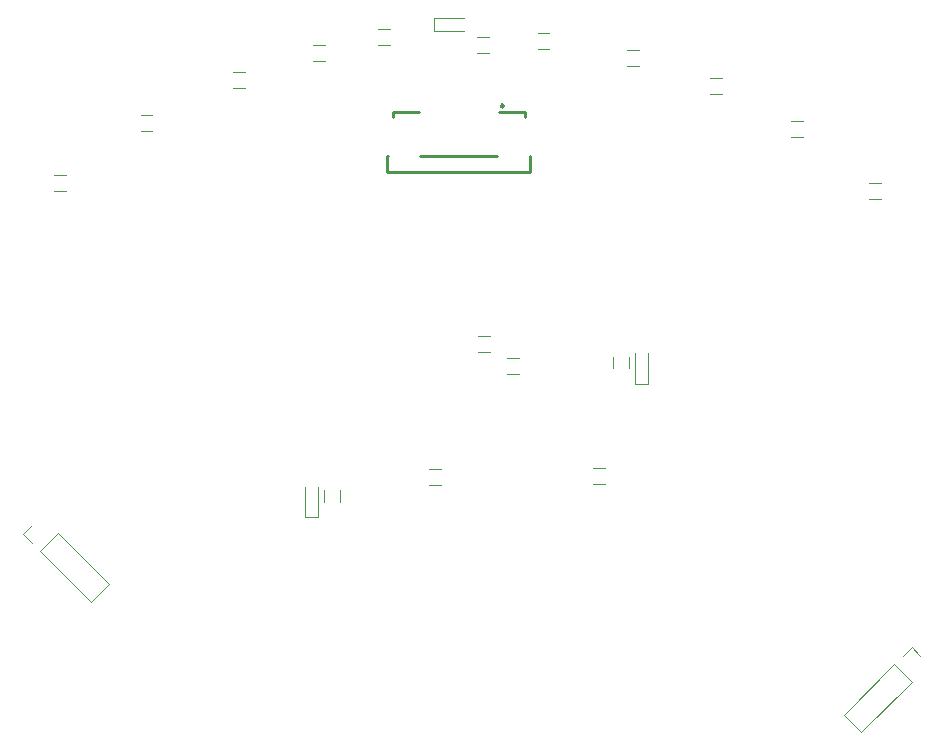
<source format=gto>
G04 #@! TF.GenerationSoftware,KiCad,Pcbnew,(5.0.0)*
G04 #@! TF.CreationDate,2020-04-07T20:47:50+09:00*
G04 #@! TF.ProjectId,rokisi_sensor,726F6B6973695F73656E736F722E6B69,rev?*
G04 #@! TF.SameCoordinates,PX4a62f80PY29020c0*
G04 #@! TF.FileFunction,Legend,Top*
G04 #@! TF.FilePolarity,Positive*
%FSLAX46Y46*%
G04 Gerber Fmt 4.6, Leading zero omitted, Abs format (unit mm)*
G04 Created by KiCad (PCBNEW (5.0.0)) date 04/07/20 20:47:50*
%MOMM*%
%LPD*%
G01*
G04 APERTURE LIST*
%ADD10C,0.120000*%
%ADD11C,0.254000*%
%ADD12R,1.200000X0.900000*%
%ADD13R,0.900000X1.200000*%
%ADD14R,0.300000X1.500000*%
%ADD15R,2.300000X3.300000*%
%ADD16C,1.350000*%
%ADD17C,0.100000*%
%ADD18C,1.350000*%
G04 APERTURE END LIST*
D10*
G04 #@! TO.C,R18*
X43600000Y-41180000D02*
X42600000Y-41180000D01*
X42600000Y-39820000D02*
X43600000Y-39820000D01*
G04 #@! TO.C,D1*
X43000000Y-1650000D02*
X43000000Y-2750000D01*
X43000000Y-2750000D02*
X45600000Y-2750000D01*
X43000000Y-1650000D02*
X45600000Y-1650000D01*
G04 #@! TO.C,D2*
X32150000Y-43900000D02*
X33250000Y-43900000D01*
X33250000Y-43900000D02*
X33250000Y-41300000D01*
X32150000Y-43900000D02*
X32150000Y-41300000D01*
G04 #@! TO.C,D3*
X60050000Y-32600000D02*
X60050000Y-30000000D01*
X61150000Y-32600000D02*
X61150000Y-30000000D01*
X60050000Y-32600000D02*
X61150000Y-32600000D01*
D11*
G04 #@! TO.C,J1*
X51190000Y-13345000D02*
X51190000Y-14645000D01*
X51190000Y-14645000D02*
X39090000Y-14645000D01*
X39090000Y-14645000D02*
X39090000Y-13345000D01*
X39590000Y-9577000D02*
X41759000Y-9577000D01*
X48521000Y-9577000D02*
X50728000Y-9577000D01*
X50728000Y-9577000D02*
X50728000Y-10014000D01*
X51190000Y-13345000D02*
X51171000Y-13345000D01*
X48409000Y-13345000D02*
X41871000Y-13345000D01*
X39109000Y-13345000D02*
X39090000Y-13345000D01*
X39590000Y-9577000D02*
X39590000Y-10014000D01*
X48950000Y-9069000D02*
G75*
G03X48950000Y-9069000I-127000J0D01*
G01*
D10*
G04 #@! TO.C,J2*
X77728293Y-60612641D02*
X79227359Y-62111707D01*
X82013360Y-56327574D02*
X77728293Y-60612641D01*
X83512426Y-57826640D02*
X79227359Y-62111707D01*
X82013360Y-56327574D02*
X83512426Y-57826640D01*
X82720467Y-55620467D02*
X83470000Y-54870934D01*
X83470000Y-54870934D02*
X84219533Y-55620467D01*
G04 #@! TO.C,J3*
X8252507Y-45301573D02*
X9002040Y-44552040D01*
X9002040Y-46051106D02*
X8252507Y-45301573D01*
X9709147Y-46758213D02*
X11208213Y-45259147D01*
X11208213Y-45259147D02*
X15493280Y-49544214D01*
X9709147Y-46758213D02*
X13994214Y-51043280D01*
X13994214Y-51043280D02*
X15493280Y-49544214D01*
G04 #@! TO.C,R1*
X38300000Y-2520000D02*
X39300000Y-2520000D01*
X39300000Y-3880000D02*
X38300000Y-3880000D01*
G04 #@! TO.C,R2*
X11900000Y-16280000D02*
X10900000Y-16280000D01*
X10900000Y-14920000D02*
X11900000Y-14920000D01*
G04 #@! TO.C,R3*
X46700000Y-3220000D02*
X47700000Y-3220000D01*
X47700000Y-4580000D02*
X46700000Y-4580000D01*
G04 #@! TO.C,R4*
X74300000Y-11680000D02*
X73300000Y-11680000D01*
X73300000Y-10320000D02*
X74300000Y-10320000D01*
G04 #@! TO.C,R8*
X33720000Y-42600000D02*
X33720000Y-41600000D01*
X35080000Y-41600000D02*
X35080000Y-42600000D01*
G04 #@! TO.C,R9*
X51800000Y-2920000D02*
X52800000Y-2920000D01*
X52800000Y-4280000D02*
X51800000Y-4280000D01*
G04 #@! TO.C,R10*
X19200000Y-11180000D02*
X18200000Y-11180000D01*
X18200000Y-9820000D02*
X19200000Y-9820000D01*
G04 #@! TO.C,R11*
X79900000Y-15620000D02*
X80900000Y-15620000D01*
X80900000Y-16980000D02*
X79900000Y-16980000D01*
G04 #@! TO.C,R12*
X58220000Y-31300000D02*
X58220000Y-30300000D01*
X59580000Y-30300000D02*
X59580000Y-31300000D01*
G04 #@! TO.C,R16*
X59400000Y-4320000D02*
X60400000Y-4320000D01*
X60400000Y-5680000D02*
X59400000Y-5680000D01*
G04 #@! TO.C,R17*
X27000000Y-7580000D02*
X26000000Y-7580000D01*
X26000000Y-6220000D02*
X27000000Y-6220000D01*
G04 #@! TO.C,R22*
X57500000Y-41080000D02*
X56500000Y-41080000D01*
X56500000Y-39720000D02*
X57500000Y-39720000D01*
G04 #@! TO.C,R23*
X66400000Y-6720000D02*
X67400000Y-6720000D01*
X67400000Y-8080000D02*
X66400000Y-8080000D01*
G04 #@! TO.C,R24*
X46800000Y-28520000D02*
X47800000Y-28520000D01*
X47800000Y-29880000D02*
X46800000Y-29880000D01*
G04 #@! TO.C,R25*
X32800000Y-3920000D02*
X33800000Y-3920000D01*
X33800000Y-5280000D02*
X32800000Y-5280000D01*
G04 #@! TO.C,R29*
X49200000Y-30420000D02*
X50200000Y-30420000D01*
X50200000Y-31780000D02*
X49200000Y-31780000D01*
G04 #@! TD*
%LPC*%
D12*
G04 #@! TO.C,R18*
X42000000Y-40500000D03*
X44200000Y-40500000D03*
G04 #@! TD*
G04 #@! TO.C,D1*
X43700000Y-2200000D03*
X45900000Y-2200000D03*
G04 #@! TD*
D13*
G04 #@! TO.C,D2*
X32700000Y-43200000D03*
X32700000Y-41000000D03*
G04 #@! TD*
G04 #@! TO.C,D3*
X60600000Y-29700000D03*
X60600000Y-31900000D03*
G04 #@! TD*
D14*
G04 #@! TO.C,J1*
X48140000Y-9445000D03*
X47640000Y-9445000D03*
X47140000Y-9445000D03*
X46640000Y-9445000D03*
X46140000Y-9445000D03*
X45640000Y-9445000D03*
D15*
X40490000Y-11895000D03*
X49790000Y-11895000D03*
D14*
X45140000Y-9445000D03*
X44140000Y-9445000D03*
X43640000Y-9445000D03*
X44640000Y-9445000D03*
X43140000Y-9445000D03*
X42640000Y-9445000D03*
X42140000Y-9445000D03*
G04 #@! TD*
D16*
G04 #@! TO.C,J2*
X83470000Y-56370000D03*
D17*
G36*
X82515406Y-56370000D02*
X83470000Y-55415406D01*
X84424594Y-56370000D01*
X83470000Y-57324594D01*
X82515406Y-56370000D01*
X82515406Y-56370000D01*
G37*
D16*
X82055786Y-57784214D03*
D18*
X82055786Y-57784214D02*
X82055786Y-57784214D01*
D16*
X80641573Y-59198427D03*
D18*
X80641573Y-59198427D02*
X80641573Y-59198427D01*
D16*
X79227359Y-60612641D03*
D18*
X79227359Y-60612641D02*
X79227359Y-60612641D01*
G04 #@! TD*
D16*
G04 #@! TO.C,J3*
X13994214Y-49544214D03*
D18*
X13994214Y-49544214D02*
X13994214Y-49544214D01*
D16*
X12580000Y-48130000D03*
D18*
X12580000Y-48130000D02*
X12580000Y-48130000D01*
D16*
X11165787Y-46715787D03*
D18*
X11165787Y-46715787D02*
X11165787Y-46715787D01*
D16*
X9751573Y-45301573D03*
D17*
G36*
X9751573Y-46256167D02*
X8796979Y-45301573D01*
X9751573Y-44346979D01*
X10706167Y-45301573D01*
X9751573Y-46256167D01*
X9751573Y-46256167D01*
G37*
G04 #@! TD*
D12*
G04 #@! TO.C,R1*
X39900000Y-3200000D03*
X37700000Y-3200000D03*
G04 #@! TD*
G04 #@! TO.C,R2*
X10300000Y-15600000D03*
X12500000Y-15600000D03*
G04 #@! TD*
G04 #@! TO.C,R3*
X48300000Y-3900000D03*
X46100000Y-3900000D03*
G04 #@! TD*
G04 #@! TO.C,R4*
X72700000Y-11000000D03*
X74900000Y-11000000D03*
G04 #@! TD*
D13*
G04 #@! TO.C,R8*
X34400000Y-41000000D03*
X34400000Y-43200000D03*
G04 #@! TD*
D12*
G04 #@! TO.C,R9*
X53400000Y-3600000D03*
X51200000Y-3600000D03*
G04 #@! TD*
G04 #@! TO.C,R10*
X17600000Y-10500000D03*
X19800000Y-10500000D03*
G04 #@! TD*
G04 #@! TO.C,R11*
X81500000Y-16300000D03*
X79300000Y-16300000D03*
G04 #@! TD*
D13*
G04 #@! TO.C,R12*
X58900000Y-29700000D03*
X58900000Y-31900000D03*
G04 #@! TD*
D12*
G04 #@! TO.C,R16*
X61000000Y-5000000D03*
X58800000Y-5000000D03*
G04 #@! TD*
G04 #@! TO.C,R17*
X25400000Y-6900000D03*
X27600000Y-6900000D03*
G04 #@! TD*
G04 #@! TO.C,R22*
X55900000Y-40400000D03*
X58100000Y-40400000D03*
G04 #@! TD*
G04 #@! TO.C,R23*
X68000000Y-7400000D03*
X65800000Y-7400000D03*
G04 #@! TD*
G04 #@! TO.C,R24*
X48400000Y-29200000D03*
X46200000Y-29200000D03*
G04 #@! TD*
G04 #@! TO.C,R25*
X34400000Y-4600000D03*
X32200000Y-4600000D03*
G04 #@! TD*
G04 #@! TO.C,R29*
X50800000Y-31100000D03*
X48600000Y-31100000D03*
G04 #@! TD*
M02*

</source>
